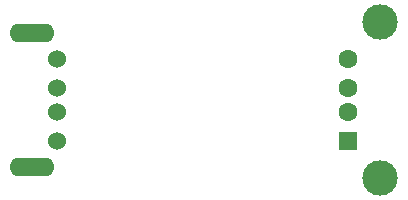
<source format=gbr>
%TF.GenerationSoftware,KiCad,Pcbnew,7.0.2*%
%TF.CreationDate,2023-05-26T00:25:00+02:00*%
%TF.ProjectId,usb-power-stick,7573622d-706f-4776-9572-2d737469636b,rev?*%
%TF.SameCoordinates,Original*%
%TF.FileFunction,Soldermask,Bot*%
%TF.FilePolarity,Negative*%
%FSLAX46Y46*%
G04 Gerber Fmt 4.6, Leading zero omitted, Abs format (unit mm)*
G04 Created by KiCad (PCBNEW 7.0.2) date 2023-05-26 00:25:00*
%MOMM*%
%LPD*%
G01*
G04 APERTURE LIST*
%ADD10R,1.500000X1.600000*%
%ADD11C,1.600000*%
%ADD12C,3.000000*%
%ADD13C,0.001000*%
%ADD14C,1.524000*%
%ADD15O,3.800000X1.600000*%
G04 APERTURE END LIST*
D10*
%TO.C,J2*%
X153146000Y-115316000D03*
D11*
X153146000Y-112816000D03*
X153146000Y-110816000D03*
X153146000Y-108316000D03*
D12*
X155856000Y-118386000D03*
X155856000Y-105246000D03*
%TD*%
D13*
%TO.C,J1*%
X126375000Y-109566000D03*
X126375000Y-114066000D03*
D14*
X128475000Y-115316000D03*
X128475000Y-112816000D03*
X128475000Y-110816000D03*
X128475000Y-108316000D03*
D15*
X126375000Y-106116000D03*
X126375000Y-117516000D03*
%TD*%
M02*

</source>
